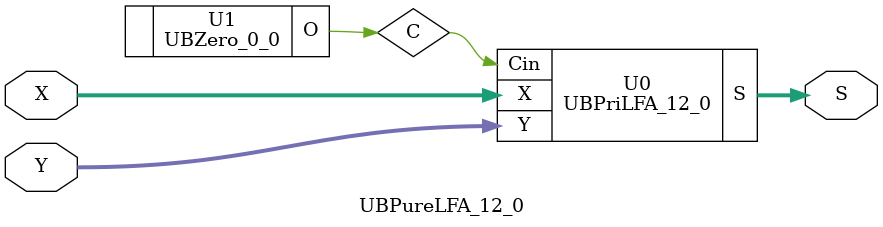
<source format=v>
/*----------------------------------------------------------------------------
  Copyright (c) 2021 Homma laboratory. All rights reserved.

  Top module: UBLFA_12_0_12_0

  Operand-1 length: 13
  Operand-2 length: 13
  Two-operand addition algorithm: Ladner-Fischer adder
----------------------------------------------------------------------------*/

module GPGenerator(Go, Po, A, B);
  output Go;
  output Po;
  input A;
  input B;
  assign Go = A & B;
  assign Po = A ^ B;
endmodule

module CarryOperator(Go, Po, Gi1, Pi1, Gi2, Pi2);
  output Go;
  output Po;
  input Gi1;
  input Gi2;
  input Pi1;
  input Pi2;
  assign Go = Gi1 | ( Gi2 & Pi1 );
  assign Po = Pi1 & Pi2;
endmodule

module UBPriLFA_12_0(S, X, Y, Cin);
  output [13:0] S;
  input Cin;
  input [12:0] X;
  input [12:0] Y;
  wire [12:0] G0;
  wire [12:0] G1;
  wire [12:0] G2;
  wire [12:0] G3;
  wire [12:0] G4;
  wire [12:0] P0;
  wire [12:0] P1;
  wire [12:0] P2;
  wire [12:0] P3;
  wire [12:0] P4;
  assign P1[0] = P0[0];
  assign G1[0] = G0[0];
  assign P1[2] = P0[2];
  assign G1[2] = G0[2];
  assign P1[4] = P0[4];
  assign G1[4] = G0[4];
  assign P1[6] = P0[6];
  assign G1[6] = G0[6];
  assign P1[8] = P0[8];
  assign G1[8] = G0[8];
  assign P1[10] = P0[10];
  assign G1[10] = G0[10];
  assign P1[12] = P0[12];
  assign G1[12] = G0[12];
  assign P2[0] = P1[0];
  assign G2[0] = G1[0];
  assign P2[1] = P1[1];
  assign G2[1] = G1[1];
  assign P2[4] = P1[4];
  assign G2[4] = G1[4];
  assign P2[5] = P1[5];
  assign G2[5] = G1[5];
  assign P2[8] = P1[8];
  assign G2[8] = G1[8];
  assign P2[9] = P1[9];
  assign G2[9] = G1[9];
  assign P2[12] = P1[12];
  assign G2[12] = G1[12];
  assign P3[0] = P2[0];
  assign G3[0] = G2[0];
  assign P3[1] = P2[1];
  assign G3[1] = G2[1];
  assign P3[2] = P2[2];
  assign G3[2] = G2[2];
  assign P3[3] = P2[3];
  assign G3[3] = G2[3];
  assign P3[8] = P2[8];
  assign G3[8] = G2[8];
  assign P3[9] = P2[9];
  assign G3[9] = G2[9];
  assign P3[10] = P2[10];
  assign G3[10] = G2[10];
  assign P3[11] = P2[11];
  assign G3[11] = G2[11];
  assign P4[0] = P3[0];
  assign G4[0] = G3[0];
  assign P4[1] = P3[1];
  assign G4[1] = G3[1];
  assign P4[2] = P3[2];
  assign G4[2] = G3[2];
  assign P4[3] = P3[3];
  assign G4[3] = G3[3];
  assign P4[4] = P3[4];
  assign G4[4] = G3[4];
  assign P4[5] = P3[5];
  assign G4[5] = G3[5];
  assign P4[6] = P3[6];
  assign G4[6] = G3[6];
  assign P4[7] = P3[7];
  assign G4[7] = G3[7];
  assign S[0] = Cin ^ P0[0];
  assign S[1] = ( G4[0] | ( P4[0] & Cin ) ) ^ P0[1];
  assign S[2] = ( G4[1] | ( P4[1] & Cin ) ) ^ P0[2];
  assign S[3] = ( G4[2] | ( P4[2] & Cin ) ) ^ P0[3];
  assign S[4] = ( G4[3] | ( P4[3] & Cin ) ) ^ P0[4];
  assign S[5] = ( G4[4] | ( P4[4] & Cin ) ) ^ P0[5];
  assign S[6] = ( G4[5] | ( P4[5] & Cin ) ) ^ P0[6];
  assign S[7] = ( G4[6] | ( P4[6] & Cin ) ) ^ P0[7];
  assign S[8] = ( G4[7] | ( P4[7] & Cin ) ) ^ P0[8];
  assign S[9] = ( G4[8] | ( P4[8] & Cin ) ) ^ P0[9];
  assign S[10] = ( G4[9] | ( P4[9] & Cin ) ) ^ P0[10];
  assign S[11] = ( G4[10] | ( P4[10] & Cin ) ) ^ P0[11];
  assign S[12] = ( G4[11] | ( P4[11] & Cin ) ) ^ P0[12];
  assign S[13] = G4[12] | ( P4[12] & Cin );
  GPGenerator U0 (G0[0], P0[0], X[0], Y[0]);
  GPGenerator U1 (G0[1], P0[1], X[1], Y[1]);
  GPGenerator U2 (G0[2], P0[2], X[2], Y[2]);
  GPGenerator U3 (G0[3], P0[3], X[3], Y[3]);
  GPGenerator U4 (G0[4], P0[4], X[4], Y[4]);
  GPGenerator U5 (G0[5], P0[5], X[5], Y[5]);
  GPGenerator U6 (G0[6], P0[6], X[6], Y[6]);
  GPGenerator U7 (G0[7], P0[7], X[7], Y[7]);
  GPGenerator U8 (G0[8], P0[8], X[8], Y[8]);
  GPGenerator U9 (G0[9], P0[9], X[9], Y[9]);
  GPGenerator U10 (G0[10], P0[10], X[10], Y[10]);
  GPGenerator U11 (G0[11], P0[11], X[11], Y[11]);
  GPGenerator U12 (G0[12], P0[12], X[12], Y[12]);
  CarryOperator U13 (G1[1], P1[1], G0[1], P0[1], G0[0], P0[0]);
  CarryOperator U14 (G1[3], P1[3], G0[3], P0[3], G0[2], P0[2]);
  CarryOperator U15 (G1[5], P1[5], G0[5], P0[5], G0[4], P0[4]);
  CarryOperator U16 (G1[7], P1[7], G0[7], P0[7], G0[6], P0[6]);
  CarryOperator U17 (G1[9], P1[9], G0[9], P0[9], G0[8], P0[8]);
  CarryOperator U18 (G1[11], P1[11], G0[11], P0[11], G0[10], P0[10]);
  CarryOperator U19 (G2[2], P2[2], G1[2], P1[2], G1[1], P1[1]);
  CarryOperator U20 (G2[3], P2[3], G1[3], P1[3], G1[1], P1[1]);
  CarryOperator U21 (G2[6], P2[6], G1[6], P1[6], G1[5], P1[5]);
  CarryOperator U22 (G2[7], P2[7], G1[7], P1[7], G1[5], P1[5]);
  CarryOperator U23 (G2[10], P2[10], G1[10], P1[10], G1[9], P1[9]);
  CarryOperator U24 (G2[11], P2[11], G1[11], P1[11], G1[9], P1[9]);
  CarryOperator U25 (G3[4], P3[4], G2[4], P2[4], G2[3], P2[3]);
  CarryOperator U26 (G3[5], P3[5], G2[5], P2[5], G2[3], P2[3]);
  CarryOperator U27 (G3[6], P3[6], G2[6], P2[6], G2[3], P2[3]);
  CarryOperator U28 (G3[7], P3[7], G2[7], P2[7], G2[3], P2[3]);
  CarryOperator U29 (G3[12], P3[12], G2[12], P2[12], G2[11], P2[11]);
  CarryOperator U30 (G4[8], P4[8], G3[8], P3[8], G3[7], P3[7]);
  CarryOperator U31 (G4[9], P4[9], G3[9], P3[9], G3[7], P3[7]);
  CarryOperator U32 (G4[10], P4[10], G3[10], P3[10], G3[7], P3[7]);
  CarryOperator U33 (G4[11], P4[11], G3[11], P3[11], G3[7], P3[7]);
  CarryOperator U34 (G4[12], P4[12], G3[12], P3[12], G3[7], P3[7]);
endmodule

module UBZero_0_0(O);
  output [0:0] O;
  assign O[0] = 0;
endmodule

module UBLFA_12_0_12_0 (S, X, Y);
  output [13:0] S;
  input [12:0] X;
  input [12:0] Y;
  UBPureLFA_12_0 U0 (S[13:0], X[12:0], Y[12:0]);
endmodule

module UBPureLFA_12_0 (S, X, Y);
  output [13:0] S;
  input [12:0] X;
  input [12:0] Y;
  wire C;
  UBPriLFA_12_0 U0 (S, X, Y, C);
  UBZero_0_0 U1 (C);
endmodule


</source>
